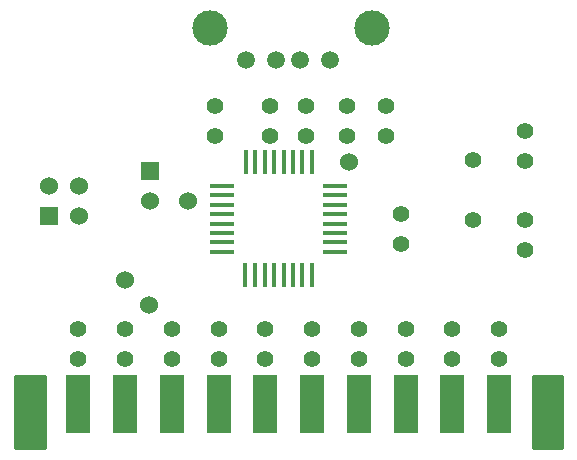
<source format=gbr>
G04 #@! TF.FileFunction,Soldermask,Bot*
%FSLAX46Y46*%
G04 Gerber Fmt 4.6, Leading zero omitted, Abs format (unit mm)*
G04 Created by KiCad (PCBNEW 4.0.7) date 08/25/20 08:50:58*
%MOMM*%
%LPD*%
G01*
G04 APERTURE LIST*
%ADD10C,0.150000*%
%ADD11R,2.000000X5.000000*%
%ADD12C,1.501140*%
%ADD13C,2.999740*%
%ADD14R,1.998980X0.449580*%
%ADD15R,0.449580X1.998980*%
%ADD16C,1.422400*%
%ADD17C,1.397000*%
%ADD18R,1.524000X1.524000*%
%ADD19C,1.524000*%
%ADD20C,0.254000*%
G04 APERTURE END LIST*
D10*
D11*
X232141600Y-152161100D03*
X228181600Y-152161100D03*
X224221600Y-152161100D03*
X220261600Y-152161100D03*
X216301600Y-152161100D03*
X212341600Y-152161100D03*
X208381600Y-152161100D03*
X204421600Y-152161100D03*
X200461600Y-152161100D03*
X196501600Y-152161100D03*
X192541600Y-152161100D03*
X188581600Y-152161100D03*
D12*
X206768700Y-123063000D03*
X209308700Y-123063000D03*
X211340700Y-123063000D03*
X213880700Y-123063000D03*
D13*
X203720700Y-120396000D03*
X217436700Y-120396000D03*
D14*
X214315040Y-139313920D03*
X214315040Y-138513820D03*
X214315040Y-137713720D03*
X214315040Y-136913620D03*
X214315040Y-136113520D03*
X214315040Y-135313420D03*
X214315040Y-134513320D03*
X214315040Y-133713220D03*
X204749400Y-133718300D03*
X204749400Y-139331700D03*
X204749400Y-138518900D03*
X204749400Y-137706100D03*
X204749400Y-136918700D03*
X204749400Y-136105900D03*
X204749400Y-135318500D03*
X204749400Y-134505700D03*
D15*
X212323680Y-131711700D03*
X211526120Y-131711700D03*
X210723480Y-131711700D03*
X209925920Y-131711700D03*
X209123280Y-131711700D03*
X208325720Y-131711700D03*
X207523080Y-131711700D03*
X206725520Y-131711700D03*
X212318600Y-141312900D03*
X211531200Y-141312900D03*
X210718400Y-141312900D03*
X209931000Y-141312900D03*
X209143600Y-141312900D03*
X208330800Y-141312900D03*
X207518000Y-141312900D03*
X206705200Y-141312900D03*
D16*
X225958400Y-136652000D03*
X225958400Y-131572000D03*
D17*
X204101700Y-129501900D03*
X204101700Y-126961900D03*
X230339900Y-129044700D03*
X230339900Y-131584700D03*
X230352600Y-139192000D03*
X230352600Y-136652000D03*
X219837000Y-136118600D03*
X219837000Y-138658600D03*
X215341200Y-126961900D03*
X215341200Y-129501900D03*
X208813400Y-126949200D03*
X208813400Y-129489200D03*
X211836000Y-126961900D03*
X211836000Y-129501900D03*
X218592400Y-126961900D03*
X218592400Y-129501900D03*
D18*
X190106300Y-136258300D03*
D19*
X190106300Y-133718300D03*
X192646300Y-136258300D03*
X192646300Y-133718300D03*
D17*
X224218500Y-145821400D03*
X224218500Y-148361400D03*
X220256100Y-145821400D03*
X220256100Y-148361400D03*
X216306400Y-145808700D03*
X216306400Y-148348700D03*
X212344000Y-145821400D03*
X212344000Y-148361400D03*
X208381600Y-145821400D03*
X208381600Y-148361400D03*
X204431900Y-145821400D03*
X204431900Y-148361400D03*
X200456800Y-145808700D03*
X200456800Y-148348700D03*
X196507100Y-145808700D03*
X196507100Y-148348700D03*
X228180900Y-145808700D03*
X228180900Y-148348700D03*
X192557400Y-145821400D03*
X192557400Y-148361400D03*
D18*
X198628000Y-132448300D03*
D19*
X198628000Y-134988300D03*
X198539100Y-143776700D03*
X196481700Y-141719300D03*
X201841100Y-134975600D03*
X215455500Y-131737100D03*
D20*
G36*
X233476800Y-155879800D02*
X231013000Y-155879800D01*
X231013000Y-149783800D01*
X233476800Y-149783800D01*
X233476800Y-155879800D01*
X233476800Y-155879800D01*
G37*
X233476800Y-155879800D02*
X231013000Y-155879800D01*
X231013000Y-149783800D01*
X233476800Y-149783800D01*
X233476800Y-155879800D01*
G36*
X189712600Y-155879800D02*
X187210700Y-155879800D01*
X187210700Y-149783800D01*
X189712600Y-149783800D01*
X189712600Y-155879800D01*
X189712600Y-155879800D01*
G37*
X189712600Y-155879800D02*
X187210700Y-155879800D01*
X187210700Y-149783800D01*
X189712600Y-149783800D01*
X189712600Y-155879800D01*
M02*

</source>
